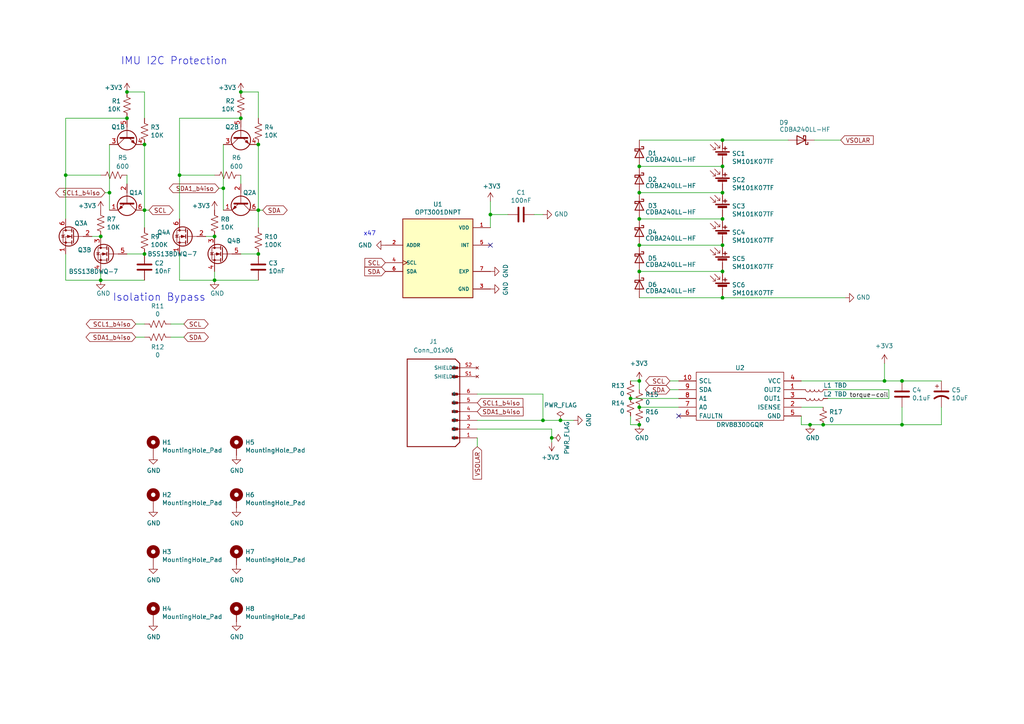
<source format=kicad_sch>
(kicad_sch (version 20211123) (generator eeschema)
  (paper "A4")
  (lib_symbols
    (symbol "Device:C" (pin_numbers hide) (pin_names (offset 0.254))
      (property "Reference" "C" (at 0.635 2.54 0))
      (property "Value" "C" (at 0.635 -2.54 0))
      (symbol "C_0_1"
        (polyline (pts (xy -2.032 -0.762) (xy 2.032 -0.762)) (stroke (width 0.508)))
        (polyline (pts (xy -2.032 0.762) (xy 2.032 0.762)) (stroke (width 0.508)))
      )
      (symbol "C_1_1"
        (pin passive line (at 0 3.81 270) (length 2.794) (name "~") (number "1"))
        (pin passive line (at 0 -3.81 90) (length 2.794) (name "~") (number "2"))
      )
    )
    (symbol "Device:CP1" (pin_numbers hide) (pin_names (offset 0.254) hide)
      (property "Reference" "C" (at 0.635 2.54 0))
      (property "Value" "Device_CP1" (at 0.635 -2.54 0))
      (symbol "CP1_0_1"
        (polyline (pts (xy -2.032 0.762) (xy 2.032 0.762)) (stroke (width 0.508)))
        (polyline (pts (xy -1.778 2.286) (xy -0.762 2.286)))
        (polyline (pts (xy -1.27 1.778) (xy -1.27 2.794)))
        (arc (start 2.032 -1.27) (mid 0 -0.5572) (end -2.032 -1.27) (stroke (width 0.508)))
      )
      (symbol "CP1_1_1"
        (pin passive line (at 0 3.81 270) (length 2.794) (name "~") (number "1"))
        (pin passive line (at 0 -3.81 90) (length 3.302) (name "~") (number "2"))
      )
    )
    (symbol "Device:D_Schottky" (pin_numbers hide) (pin_names (offset 1.016) hide)
      (property "Reference" "D" (at 0 2.54 0))
      (property "Value" "D_Schottky" (at 0 -2.54 0))
      (symbol "D_Schottky_0_1"
        (polyline (pts (xy 1.27 0) (xy -1.27 0)))
        (polyline (pts (xy 1.27 1.27) (xy 1.27 -1.27) (xy -1.27 0) (xy 1.27 1.27)) (stroke (width 0.254)))
        (polyline (pts (xy -1.905 0.635) (xy -1.905 1.27) (xy -1.27 1.27) (xy -1.27 -1.27) (xy -0.635 -1.27) (xy -0.635 -0.635)) (stroke (width 0.254)))
      )
      (symbol "D_Schottky_1_1"
        (pin passive line (at -3.81 0 0) (length 2.54) (name "K") (number "1"))
        (pin passive line (at 3.81 0 180) (length 2.54) (name "A") (number "2"))
      )
    )
    (symbol "Device:L" (pin_numbers hide) (pin_names (offset 1.016) hide)
      (property "Reference" "L" (at -1.27 0 90))
      (property "Value" "L" (at 1.905 0 90))
      (symbol "L_0_1"
        (arc (start 0 -2.54) (mid 0.635 -1.905) (end 0 -1.27))
        (arc (start 0 -1.27) (mid 0.635 -0.635) (end 0 0))
        (arc (start 0 0) (mid 0.635 0.635) (end 0 1.27))
        (arc (start 0 1.27) (mid 0.635 1.905) (end 0 2.54))
      )
      (symbol "L_1_1"
        (pin passive line (at 0 3.81 270) (length 1.27) (name "1") (number "1"))
        (pin passive line (at 0 -3.81 90) (length 1.27) (name "2") (number "2"))
      )
    )
    (symbol "Device:R_Small_US" (pin_numbers hide) (pin_names (offset 0.254) hide)
      (property "Reference" "R" (at 0.762 0.508 0))
      (property "Value" "R_Small_US" (at 0.762 -1.016 0))
      (symbol "R_Small_US_1_1"
        (polyline (pts (xy 0 0) (xy 1.016 -0.381) (xy 0 -0.762) (xy -1.016 -1.143) (xy 0 -1.524)))
        (polyline (pts (xy 0 1.524) (xy 1.016 1.143) (xy 0 0.762) (xy -1.016 0.381) (xy 0 0)))
        (pin passive line (at 0 2.54 270) (length 1.016) (name "~") (number "1"))
        (pin passive line (at 0 -2.54 90) (length 1.016) (name "~") (number "2"))
      )
    )
    (symbol "Device:R_US" (pin_numbers hide) (pin_names (offset 0))
      (property "Reference" "R" (at 2.54 0 90))
      (property "Value" "Device_R_US" (at -2.54 0 90))
      (symbol "R_US_0_1"
        (polyline (pts (xy 0 -2.286) (xy 0 -2.54)))
        (polyline (pts (xy 0 2.286) (xy 0 2.54)))
        (polyline (pts (xy 0 -0.762) (xy 1.016 -1.143) (xy 0 -1.524) (xy -1.016 -1.905) (xy 0 -2.286)))
        (polyline (pts (xy 0 0.762) (xy 1.016 0.381) (xy 0 0) (xy -1.016 -0.381) (xy 0 -0.762)))
        (polyline (pts (xy 0 2.286) (xy 1.016 1.905) (xy 0 1.524) (xy -1.016 1.143) (xy 0 0.762)))
      )
      (symbol "R_US_1_1"
        (pin passive line (at 0 3.81 270) (length 1.27) (name "~") (number "1"))
        (pin passive line (at 0 -3.81 90) (length 1.27) (name "~") (number "2"))
      )
    )
    (symbol "Device:Solar_Cell" (pin_numbers hide) (pin_names (offset 0) hide)
      (property "Reference" "SC" (at 2.54 2.54 0))
      (property "Value" "Solar_Cell" (at 2.54 0 0))
      (symbol "Solar_Cell_0_1"
        (rectangle (start -2.032 1.778) (end 2.032 1.524) (fill (type outline)))
        (rectangle (start -1.3208 1.1938) (end 1.27 0.6858) (fill (type outline)))
        (polyline (pts (xy -2.032 2.286) (xy -3.556 3.81)))
        (polyline (pts (xy -0.762 2.794) (xy -2.286 4.318)))
        (polyline (pts (xy 0 0.762) (xy 0 0)))
        (polyline (pts (xy 0 1.778) (xy 0 2.54)))
        (polyline (pts (xy 0.254 2.667) (xy 1.27 2.667)) (stroke (width 0.254)))
        (polyline (pts (xy 0.762 3.175) (xy 0.762 2.159)) (stroke (width 0.254)))
        (polyline (pts (xy -2.032 3.048) (xy -2.032 2.286) (xy -2.794 2.286)))
        (polyline (pts (xy -0.762 3.556) (xy -0.762 2.794) (xy -1.524 2.794)))
      )
      (symbol "Solar_Cell_1_1"
        (pin passive line (at 0 5.08 270) (length 2.54) (name "+") (number "1"))
        (pin passive line (at 0 -2.54 90) (length 2.54) (name "-") (number "2"))
      )
    )
    (symbol "Mechanical:MountingHole_Pad" (pin_numbers hide) (pin_names (offset 1.016) hide)
      (property "Reference" "H" (at 0 6.35 0))
      (property "Value" "MountingHole_Pad" (at 0 4.445 0))
      (symbol "MountingHole_Pad_0_1"
        (circle (center 0 1.27) (radius 1.27) (stroke (width 1.27)))
      )
      (symbol "MountingHole_Pad_1_1"
        (pin input line (at 0 -2.54 90) (length 2.54) (name "1") (number "1"))
      )
    )
    (symbol "Transistor_BJT:MBT2222ADW1T1" (pin_names (offset 0) hide)
      (property "Reference" "Q" (at 5.08 1.27 0))
      (property "Value" "MBT2222ADW1T1" (at 5.08 -1.27 0))
      (symbol "MBT2222ADW1T1_0_1"
        (polyline (pts (xy 0.635 0) (xy -2.54 0)))
        (polyline (pts (xy 0.635 0.635) (xy 2.54 2.54)))
        (polyline (pts (xy 0.635 -0.635) (xy 2.54 -2.54) (xy 2.54 -2.54)))
        (polyline (pts (xy 0.635 1.905) (xy 0.635 -1.905) (xy 0.635 -1.905)) (stroke (width 0.508)))
        (polyline (pts (xy 1.27 -1.778) (xy 1.778 -1.27) (xy 2.286 -2.286) (xy 1.27 -1.778) (xy 1.27 -1.778)) (fill (type outline)))
        (circle (center 1.27 0) (radius 2.8194) (stroke (width 0.254)))
      )
      (symbol "MBT2222ADW1T1_1_1"
        (pin passive line (at 2.54 -5.08 90) (length 2.54) (name "E1") (number "1"))
        (pin input line (at -5.08 0 0) (length 2.54) (name "B1") (number "2"))
        (pin passive line (at 2.54 5.08 270) (length 2.54) (name "C1") (number "6"))
      )
      (symbol "MBT2222ADW1T1_2_1"
        (pin passive line (at 2.54 5.08 270) (length 2.54) (name "C2") (number "3"))
        (pin passive line (at 2.54 -5.08 90) (length 2.54) (name "E2") (number "4"))
        (pin input line (at -5.08 0 0) (length 2.54) (name "B2") (number "5"))
      )
    )
    (symbol "power:+3.3V" (power) (pin_names (offset 0))
      (property "Value" "+3.3V" (at 0 3.556 0))
      (symbol "+3.3V_0_1"
        (polyline (pts (xy -0.762 1.27) (xy 0 2.54)))
        (polyline (pts (xy 0 0) (xy 0 2.54)))
        (polyline (pts (xy 0 2.54) (xy 0.762 1.27)))
      )
      (symbol "+3.3V_1_1"
        (pin power_in line (at 0 0 90) (length 0) hide (name "+3V3") (number "1"))
      )
    )
    (symbol "power:GND" (power) (pin_names (offset 0))
      (property "Value" "GND" (at 0 -3.81 0))
      (symbol "GND_0_1"
        (polyline (pts (xy 0 0) (xy 0 -1.27) (xy 1.27 -1.27) (xy 0 -2.54) (xy -1.27 -1.27) (xy 0 -1.27)))
      )
      (symbol "GND_1_1"
        (pin power_in line (at 0 0 270) (length 0) hide (name "GND") (number "1"))
      )
    )
    (symbol "power:PWR_FLAG" (power) (pin_numbers hide) (pin_names (offset 0) hide)
      (property "Value" "PWR_FLAG" (at 0 3.81 0))
      (symbol "PWR_FLAG_0_0"
        (pin power_out line (at 0 0 90) (length 0) (name "pwr") (number "1"))
      )
      (symbol "PWR_FLAG_0_1"
        (polyline (pts (xy 0 0) (xy 0 1.27) (xy -1.016 1.905) (xy 0 2.54) (xy 1.016 1.905) (xy 0 1.27)))
      )
    )
    (symbol "sapling:2053380006" (pin_names (offset 1.016))
      (property "Reference" "J" (at -7.62 13.97 0))
      (property "Value" "sapling_2053380006" (at -7.62 -15.24 0))
      (symbol "2053380006_0_0"
        (rectangle (start -6.985 -10.4648) (end -5.3848 -9.8298) (fill (type outline)))
        (rectangle (start -6.985 -7.9248) (end -5.3848 -7.2898) (fill (type outline)))
        (rectangle (start -6.985 -2.8448) (end -5.3848 -2.2098) (fill (type outline)))
        (rectangle (start -6.985 -0.3048) (end -5.3848 0.3048) (fill (type outline)))
        (rectangle (start -6.985 2.2098) (end -5.3848 2.8448) (fill (type outline)))
        (rectangle (start -6.985 4.7498) (end -5.3848 5.3848) (fill (type outline)))
        (rectangle (start -6.985 7.2898) (end -5.3848 7.9248) (fill (type outline)))
        (rectangle (start -6.985 9.8298) (end -5.3848 10.4648) (fill (type outline)))
        (polyline (pts (xy -7.62 -11.43) (xy -6.35 -12.7)) (stroke (width 0.254)))
        (polyline (pts (xy -7.62 -10.16) (xy -5.715 -10.16)) (stroke (width 0.254)))
        (polyline (pts (xy -7.62 -7.62) (xy -5.715 -7.62)) (stroke (width 0.254)))
        (polyline (pts (xy -7.62 -2.54) (xy -7.62 -11.43)) (stroke (width 0.254)))
        (polyline (pts (xy -7.62 -2.54) (xy -5.715 -2.54)) (stroke (width 0.254)))
        (polyline (pts (xy -7.62 0) (xy -7.62 -2.54)) (stroke (width 0.254)))
        (polyline (pts (xy -7.62 0) (xy -5.715 0)) (stroke (width 0.254)))
        (polyline (pts (xy -7.62 2.54) (xy -7.62 0)) (stroke (width 0.254)))
        (polyline (pts (xy -7.62 2.54) (xy -5.715 2.54)) (stroke (width 0.254)))
        (polyline (pts (xy -7.62 5.08) (xy -7.62 2.54)) (stroke (width 0.254)))
        (polyline (pts (xy -7.62 5.08) (xy -5.715 5.08)) (stroke (width 0.254)))
        (polyline (pts (xy -7.62 7.62) (xy -5.715 7.62)) (stroke (width 0.254)))
        (polyline (pts (xy -7.62 10.16) (xy -5.715 10.16)) (stroke (width 0.254)))
        (polyline (pts (xy -7.62 11.43) (xy -7.62 5.08)) (stroke (width 0.254)))
        (polyline (pts (xy -7.62 11.43) (xy -6.35 12.7)) (stroke (width 0.254)))
        (polyline (pts (xy -6.35 -12.7) (xy 7.62 -12.7)) (stroke (width 0.254)))
        (polyline (pts (xy 7.62 -12.7) (xy 7.62 12.7)) (stroke (width 0.254)))
        (polyline (pts (xy 7.62 12.7) (xy -6.35 12.7)) (stroke (width 0.254)))
        (pin passive line (at -12.7 10.16 0) (length 5.08) (name "1") (number "1"))
        (pin passive line (at -12.7 7.62 0) (length 5.08) (name "2") (number "2"))
        (pin passive line (at -12.7 5.08 0) (length 5.08) (name "3") (number "3"))
        (pin passive line (at -12.7 2.54 0) (length 5.08) (name "4") (number "4"))
        (pin passive line (at -12.7 0 0) (length 5.08) (name "5") (number "5"))
        (pin passive line (at -12.7 -2.54 0) (length 5.08) (name "6") (number "6"))
        (pin no_connect line (at -12.7 -7.62 0) (length 5.08) (name "SHIELD1") (number "S1"))
        (pin no_connect line (at -12.7 -10.16 0) (length 5.08) (name "SHIELD2") (number "S2"))
      )
    )
    (symbol "sapling:OPT3001DNPT" (pin_names (offset 1.016))
      (property "Reference" "U" (at -10.16 13.97 0))
      (property "Value" "sapling_OPT3001DNPT" (at -6.35 -12.7 0))
      (symbol "OPT3001DNPT_0_0"
        (rectangle (start -10.16 -10.16) (end 10.16 12.7) (stroke (width 0.254)) (fill (type background)))
        (pin power_in line (at 15.24 10.16 180) (length 5.08) (name "VDD") (number "1"))
        (pin input line (at -15.24 5.08 0) (length 5.08) (name "ADDR") (number "2"))
        (pin power_in line (at 15.24 -7.62 180) (length 5.08) (name "GND") (number "3"))
        (pin input clock (at -15.24 0 0) (length 5.08) (name "SCL") (number "4"))
        (pin output line (at 15.24 5.08 180) (length 5.08) (name "INT") (number "5"))
        (pin bidirectional line (at -15.24 -2.54 0) (length 5.08) (name "SDA") (number "6"))
        (pin passive line (at 15.24 -2.54 180) (length 5.08) (name "EXP") (number "7"))
      )
    )
    (symbol "symbols:BSS138DWQ-7" (pin_names (offset 0.762) hide)
      (property "Reference" "Q" (at -2.54 5.08 0))
      (property "Value" "symbols_BSS138DWQ-7" (at 3.81 6.35 0))
      (symbol "BSS138DWQ-7_1_1"
        (polyline (pts (xy -1.016 0) (xy -3.81 0)))
        (polyline (pts (xy -1.016 1.905) (xy -1.016 -1.905)) (stroke (width 0.254)))
        (polyline (pts (xy -0.508 -1.27) (xy -0.508 -2.286)) (stroke (width 0.254)))
        (polyline (pts (xy -0.508 0.508) (xy -0.508 -0.508)) (stroke (width 0.254)))
        (polyline (pts (xy -0.508 2.286) (xy -0.508 1.27)) (stroke (width 0.254)))
        (polyline (pts (xy 1.27 2.54) (xy 1.27 1.778)))
        (polyline (pts (xy 1.27 -2.54) (xy 1.27 0) (xy -0.508 0)))
        (polyline (pts (xy -0.508 -1.778) (xy 2.032 -1.778) (xy 2.032 1.778) (xy -0.508 1.778)))
        (polyline (pts (xy -0.254 0) (xy 0.762 0.381) (xy 0.762 -0.381) (xy -0.254 0)) (fill (type outline)))
        (polyline (pts (xy 1.524 0.508) (xy 1.651 0.381) (xy 2.413 0.381) (xy 2.54 0.254)))
        (polyline (pts (xy 2.032 0.381) (xy 1.651 -0.254) (xy 2.413 -0.254) (xy 2.032 0.381)))
        (circle (center 0.381 0) (radius 2.794) (stroke (width 0.254)))
        (circle (center 1.27 -1.778) (radius 0.254) (fill (type outline)))
        (circle (center 1.27 1.778) (radius 0.254) (fill (type outline)))
        (pin passive line (at 1.27 -5.08 90) (length 2.54) (name "S2") (number "1"))
        (pin input line (at -6.35 0 0) (length 2.54) (name "G2") (number "2"))
        (pin passive line (at 1.27 5.08 270) (length 2.54) (name "D1") (number "6"))
      )
      (symbol "BSS138DWQ-7_2_1"
        (polyline (pts (xy -1.016 0) (xy -3.81 0)))
        (polyline (pts (xy -1.016 1.905) (xy -1.016 -1.905)) (stroke (width 0.254)))
        (polyline (pts (xy -0.508 -1.27) (xy -0.508 -2.286)) (stroke (width 0.254)))
        (polyline (pts (xy -0.508 0.508) (xy -0.508 -0.508)) (stroke (width 0.254)))
        (polyline (pts (xy -0.508 2.286) (xy -0.508 1.27)) (stroke (width 0.254)))
        (polyline (pts (xy 1.27 2.54) (xy 1.27 1.778)))
        (polyline (pts (xy 1.27 -2.54) (xy 1.27 0) (xy -0.508 0)))
        (polyline (pts (xy -0.508 -1.778) (xy 2.032 -1.778) (xy 2.032 1.778) (xy -0.508 1.778)))
        (polyline (pts (xy -0.254 0) (xy 0.762 0.381) (xy 0.762 -0.381) (xy -0.254 0)) (fill (type outline)))
        (polyline (pts (xy 1.524 0.508) (xy 1.651 0.381) (xy 2.413 0.381) (xy 2.54 0.254)))
        (polyline (pts (xy 2.032 0.381) (xy 1.651 -0.254) (xy 2.413 -0.254) (xy 2.032 0.381)))
        (circle (center 0.381 0) (radius 2.794) (stroke (width 0.254)))
        (circle (center 1.27 -1.778) (radius 0.254) (fill (type outline)))
        (circle (center 1.27 1.778) (radius 0.254) (fill (type outline)))
        (pin passive line (at 1.27 5.08 270) (length 2.54) (name "D2") (number "3"))
        (pin passive line (at 1.27 -5.08 90) (length 2.54) (name "S1") (number "4"))
        (pin input line (at -6.35 0 0) (length 2.54) (name "G1") (number "5"))
      )
    )
    (symbol "xpanel-rescue:DRV8830DGQR-symbols" (pin_names (offset 0.762))
      (property "Reference" "U" (at 0 10.16 0))
      (property "Value" "DRV8830DGQR-symbols" (at -7.62 -7.62 0))
      (symbol "DRV8830DGQR-symbols_0_0"
        (pin output line (at -17.78 2.54 0) (length 5.08) (name "OUT2") (number "1"))
        (pin unspecified line (at 17.78 5.08 180) (length 5.08) (name "SCL") (number "10"))
        (pin unspecified line (at -17.78 -5.08 0) (length 5.08) hide (name "EP") (number "11"))
        (pin unspecified line (at -17.78 -2.54 0) (length 5.08) (name "ISENSE") (number "2"))
        (pin output line (at -17.78 0 0) (length 5.08) (name "OUT1") (number "3"))
        (pin power_in line (at -17.78 5.08 0) (length 5.08) (name "VCC") (number "4"))
        (pin power_in line (at -17.78 -5.08 0) (length 5.08) (name "GND") (number "5"))
        (pin unspecified line (at 17.78 -5.08 180) (length 5.08) (name "FAULTN") (number "6"))
        (pin unspecified line (at 17.78 -2.54 180) (length 5.08) (name "A0") (number "7"))
        (pin unspecified line (at 17.78 0 180) (length 5.08) (name "A1") (number "8"))
        (pin unspecified line (at 17.78 2.54 180) (length 5.08) (name "SDA") (number "9"))
      )
      (symbol "DRV8830DGQR-symbols_0_1"
        (rectangle (start -12.7 7.62) (end 12.7 -6.35))
      )
    )
  )
  (junction (at 74.93 60.96))
  (junction (at 185.42 71.12))
  (junction (at 52.07 50.8))
  (junction (at 185.42 123.19))
  (junction (at 185.42 110.49))
  (junction (at 62.23 81.28))
  (junction (at 41.91 41.91))
  (junction (at 41.91 60.96))
  (junction (at 74.93 73.66))
  (junction (at 256.54 110.49))
  (junction (at 162.56 121.92))
  (junction (at 41.91 73.66))
  (junction (at 36.83 26.67))
  (junction (at 62.23 68.58))
  (junction (at 209.55 40.64))
  (junction (at 36.83 34.29))
  (junction (at 19.05 50.8))
  (junction (at 64.77 54.61))
  (junction (at 209.55 78.74))
  (junction (at 185.42 118.11))
  (junction (at 209.55 55.88))
  (junction (at 209.55 71.12))
  (junction (at 74.93 41.91))
  (junction (at 209.55 63.5))
  (junction (at 182.88 115.57))
  (junction (at 185.42 55.88))
  (junction (at 209.55 86.36))
  (junction (at 29.21 81.28))
  (junction (at 185.42 63.5))
  (junction (at 160.02 127))
  (junction (at 29.21 68.58))
  (junction (at 69.85 26.67))
  (junction (at 142.24 62.23))
  (junction (at 234.95 123.19))
  (junction (at 238.76 123.19))
  (junction (at 69.85 34.29))
  (junction (at 209.55 48.26))
  (junction (at 157.48 121.92))
  (junction (at 261.62 110.49))
  (junction (at 31.75 55.88))
  (junction (at 185.42 48.26))
  (junction (at 261.62 123.19))
  (junction (at 185.42 78.74))
  (no_connect (at 196.85 120.65))
  (no_connect (at 142.24 71.12))
  (wire (pts (xy 29.21 68.58) (xy 26.67 68.58)))
  (wire (pts (xy 76.2 60.96) (xy 74.93 60.96)))
  (wire (pts (xy 194.31 110.49) (xy 196.85 110.49)))
  (wire (pts (xy 185.42 86.36) (xy 209.55 86.36)))
  (wire (pts (xy 257.81 115.57) (xy 240.03 115.57)))
  (wire (pts (xy 147.32 62.23) (xy 142.24 62.23)))
  (wire (pts (xy 19.05 34.29) (xy 19.05 50.8)))
  (wire (pts (xy 236.22 40.64) (xy 243.84 40.64)))
  (wire (pts (xy 138.43 114.3) (xy 157.48 114.3)))
  (wire (pts (xy 138.43 121.92) (xy 157.48 121.92)))
  (wire (pts (xy 63.5 54.61) (xy 64.77 54.61)))
  (wire (pts (xy 64.77 54.61) (xy 64.77 60.96)))
  (wire (pts (xy 41.91 66.04) (xy 41.91 60.96)))
  (wire (pts (xy 160.02 127) (xy 160.02 128.27)))
  (wire (pts (xy 142.24 62.23) (xy 142.24 58.42)))
  (wire (pts (xy 232.41 110.49) (xy 256.54 110.49)))
  (wire (pts (xy 232.41 120.65) (xy 232.41 123.19)))
  (wire (pts (xy 257.81 113.03) (xy 257.81 115.57)))
  (wire (pts (xy 256.54 105.41) (xy 256.54 110.49)))
  (wire (pts (xy 52.07 34.29) (xy 69.85 34.29)))
  (wire (pts (xy 273.05 118.11) (xy 273.05 123.19)))
  (wire (pts (xy 64.77 41.91) (xy 64.77 54.61)))
  (wire (pts (xy 36.83 53.34) (xy 36.83 50.8)))
  (wire (pts (xy 157.48 121.92) (xy 162.56 121.92)))
  (wire (pts (xy 30.48 55.88) (xy 31.75 55.88)))
  (wire (pts (xy 29.21 50.8) (xy 19.05 50.8)))
  (wire (pts (xy 43.18 60.96) (xy 41.91 60.96)))
  (wire (pts (xy 52.07 50.8) (xy 52.07 34.29)))
  (wire (pts (xy 256.54 110.49) (xy 261.62 110.49)))
  (wire (pts (xy 53.34 93.98) (xy 49.53 93.98)))
  (wire (pts (xy 238.76 118.11) (xy 232.41 118.11)))
  (wire (pts (xy 194.31 113.03) (xy 196.85 113.03)))
  (wire (pts (xy 185.42 40.64) (xy 209.55 40.64)))
  (wire (pts (xy 185.42 48.26) (xy 209.55 48.26)))
  (wire (pts (xy 185.42 55.88) (xy 209.55 55.88)))
  (wire (pts (xy 69.85 73.66) (xy 74.93 73.66)))
  (wire (pts (xy 185.42 63.5) (xy 209.55 63.5)))
  (wire (pts (xy 261.62 123.19) (xy 238.76 123.19)))
  (wire (pts (xy 138.43 124.46) (xy 160.02 124.46)))
  (wire (pts (xy 74.93 34.29) (xy 74.93 26.67)))
  (wire (pts (xy 74.93 81.28) (xy 62.23 81.28)))
  (wire (pts (xy 62.23 68.58) (xy 59.69 68.58)))
  (wire (pts (xy 261.62 118.11) (xy 261.62 123.19)))
  (wire (pts (xy 29.21 81.28) (xy 29.21 78.74)))
  (wire (pts (xy 41.91 93.98) (xy 39.37 93.98)))
  (wire (pts (xy 74.93 66.04) (xy 74.93 60.96)))
  (wire (pts (xy 52.07 63.5) (xy 52.07 50.8)))
  (wire (pts (xy 74.93 41.91) (xy 74.93 60.96)))
  (wire (pts (xy 41.91 34.29) (xy 41.91 26.67)))
  (wire (pts (xy 142.24 66.04) (xy 142.24 62.23)))
  (wire (pts (xy 240.03 113.03) (xy 257.81 113.03)))
  (wire (pts (xy 154.94 62.23) (xy 157.48 62.23)))
  (wire (pts (xy 185.42 113.03) (xy 185.42 110.49)))
  (wire (pts (xy 62.23 81.28) (xy 62.23 78.74)))
  (wire (pts (xy 273.05 123.19) (xy 261.62 123.19)))
  (wire (pts (xy 19.05 81.28) (xy 29.21 81.28)))
  (wire (pts (xy 162.56 121.92) (xy 166.37 121.92)))
  (wire (pts (xy 182.88 120.65) (xy 182.88 123.19)))
  (wire (pts (xy 52.07 73.66) (xy 52.07 81.28)))
  (wire (pts (xy 196.85 118.11) (xy 185.42 118.11)))
  (wire (pts (xy 182.88 123.19) (xy 185.42 123.19)))
  (wire (pts (xy 19.05 73.66) (xy 19.05 81.28)))
  (wire (pts (xy 41.91 26.67) (xy 36.83 26.67)))
  (wire (pts (xy 185.42 78.74) (xy 209.55 78.74)))
  (wire (pts (xy 74.93 26.67) (xy 69.85 26.67)))
  (wire (pts (xy 209.55 86.36) (xy 245.11 86.36)))
  (wire (pts (xy 62.23 50.8) (xy 52.07 50.8)))
  (wire (pts (xy 31.75 55.88) (xy 31.75 60.96)))
  (wire (pts (xy 36.83 73.66) (xy 41.91 73.66)))
  (wire (pts (xy 69.85 53.34) (xy 69.85 50.8)))
  (wire (pts (xy 157.48 114.3) (xy 157.48 121.92)))
  (wire (pts (xy 31.75 41.91) (xy 31.75 55.88)))
  (wire (pts (xy 261.62 110.49) (xy 273.05 110.49)))
  (wire (pts (xy 29.21 81.28) (xy 41.91 81.28)))
  (wire (pts (xy 19.05 63.5) (xy 19.05 50.8)))
  (wire (pts (xy 19.05 34.29) (xy 36.83 34.29)))
  (wire (pts (xy 41.91 97.79) (xy 39.37 97.79)))
  (wire (pts (xy 228.6 40.64) (xy 209.55 40.64)))
  (wire (pts (xy 232.41 123.19) (xy 234.95 123.19)))
  (wire (pts (xy 160.02 124.46) (xy 160.02 127)))
  (wire (pts (xy 52.07 81.28) (xy 62.23 81.28)))
  (wire (pts (xy 41.91 41.91) (xy 41.91 60.96)))
  (wire (pts (xy 138.43 127) (xy 138.43 129.54)))
  (wire (pts (xy 234.95 123.19) (xy 238.76 123.19)))
  (wire (pts (xy 182.88 115.57) (xy 196.85 115.57)))
  (wire (pts (xy 53.34 97.79) (xy 49.53 97.79)))
  (wire (pts (xy 185.42 110.49) (xy 182.88 110.49)))
  (wire (pts (xy 185.42 71.12) (xy 209.55 71.12)))
  (text "Isolation Bypass" (at 59.69 87.63 180) (effects (font (size 2.159 2.159)) (justify right bottom)))
  (text "IMU I2C Protection" (at 66.04 19.05 180) (effects (font (size 2.159 2.159)) (justify right bottom)))
  (text "x47" (at 105.41 68.58 0) (effects (font (size 1.27 1.27)) (justify left bottom)))
  (label "torque-coil" (at 246.38 115.57 0))
  (global_label "SCL1_b4iso" (shape bidirectional) (at 39.37 93.98 180) (property "Intersheet References" "${INTERSHEET_REFS}" (effects hide)))
  (global_label "VSOLAR" (shape input) (at 138.43 129.54 270) (property "Intersheet References" "${INTERSHEET_REFS}" (effects hide)))
  (global_label "VSOLAR" (shape input) (at 243.84 40.64 0) (property "Intersheet References" "${INTERSHEET_REFS}" (effects hide)))
  (global_label "SCL" (shape input) (at 111.76 76.2 180) (property "Intersheet References" "${INTERSHEET_REFS}" (effects hide)))
  (global_label "SDA1_b4iso" (shape input) (at 138.43 119.38 0) (property "Intersheet References" "${INTERSHEET_REFS}" (effects hide)))
  (global_label "SDA" (shape bidirectional) (at 53.34 97.79 0) (property "Intersheet References" "${INTERSHEET_REFS}" (effects hide)))
  (global_label "SDA" (shape bidirectional) (at 194.31 113.03 180) (property "Intersheet References" "${INTERSHEET_REFS}" (effects hide)))
  (global_label "SCL1_b4iso" (shape bidirectional) (at 30.48 55.88 180) (property "Intersheet References" "${INTERSHEET_REFS}" (effects hide)))
  (global_label "SDA" (shape bidirectional) (at 76.2 60.96 0) (property "Intersheet References" "${INTERSHEET_REFS}" (effects hide)))
  (global_label "SCL" (shape bidirectional) (at 53.34 93.98 0) (property "Intersheet References" "${INTERSHEET_REFS}" (effects hide)))
  (global_label "SCL1_b4iso" (shape input) (at 138.43 116.84 0) (property "Intersheet References" "${INTERSHEET_REFS}" (effects hide)))
  (global_label "SDA" (shape input) (at 111.76 78.74 180) (property "Intersheet References" "${INTERSHEET_REFS}" (effects hide)))
  (global_label "SCL" (shape bidirectional) (at 43.18 60.96 0) (property "Intersheet References" "${INTERSHEET_REFS}" (effects hide)))
  (global_label "SDA1_b4iso" (shape bidirectional) (at 63.5 54.61 180) (property "Intersheet References" "${INTERSHEET_REFS}" (effects hide)))
  (global_label "SCL" (shape bidirectional) (at 194.31 110.49 180) (property "Intersheet References" "${INTERSHEET_REFS}" (effects hide)))
  (global_label "SDA1_b4iso" (shape bidirectional) (at 39.37 97.79 180) (property "Intersheet References" "${INTERSHEET_REFS}" (effects hide)))
  (symbol (lib_id "Device:D_Schottky") (at 185.42 44.45 270) (unit 1)
    (property "Reference" "D1" (at 189.23 44.45 90))
    (property "Value" "CDBA240LL-HF" (at 201.93 46.99 90) (effects (justify right bottom)))
    (property "Footprint" "sapling:DO-214AC" (effects hide))
  )
  (symbol (lib_id "Device:D_Schottky") (at 232.41 40.64 180) (unit 1)
    (property "Reference" "D9" (at 227.33 35.56 0))
    (property "Value" "CDBA240LL-HF" (at 226.06 36.83 0) (effects (justify right bottom)))
    (property "Footprint" "sapling:DO-214AC" (effects hide))
  )
  (symbol (lib_id "Device:D_Schottky") (at 185.42 52.07 270) (unit 1)
    (property "Reference" "D2" (at 189.23 52.07 90))
    (property "Value" "CDBA240LL-HF" (at 201.93 54.61 90) (effects (justify right bottom)))
    (property "Footprint" "sapling:DO-214AC" (effects hide))
  )
  (symbol (lib_id "Device:Solar_Cell") (at 209.55 53.34 0) (unit 1)
    (property "Reference" "SC2" (at 212.2932 52.1716 0) (effects (justify left)))
    (property "Value" "SM101K07TF" (at 212.2932 54.483 0) (effects (justify left)))
    (property "Footprint" "sapling:SM101K07TF" (effects hide))
  )
  (symbol (lib_id "Device:D_Schottky") (at 185.42 59.69 270) (unit 1)
    (property "Reference" "D3" (at 189.23 59.69 90))
    (property "Value" "CDBA240LL-HF" (at 201.93 62.23 90) (effects (justify right bottom)))
    (property "Footprint" "sapling:DO-214AC" (effects hide))
  )
  (symbol (lib_id "Device:Solar_Cell") (at 209.55 60.96 0) (unit 1)
    (property "Reference" "SC3" (at 212.2932 59.7916 0) (effects (justify left)))
    (property "Value" "SM101K07TF" (at 212.2932 62.103 0) (effects (justify left)))
    (property "Footprint" "sapling:SM101K07TF" (effects hide))
  )
  (symbol (lib_id "Device:D_Schottky") (at 185.42 67.31 270) (unit 1)
    (property "Reference" "D4" (at 189.23 67.31 90))
    (property "Value" "CDBA240LL-HF" (at 201.93 69.85 90) (effects (justify right bottom)))
    (property "Footprint" "sapling:DO-214AC" (effects hide))
  )
  (symbol (lib_id "Device:D_Schottky") (at 185.42 74.93 270) (unit 1)
    (property "Reference" "D5" (at 189.23 74.93 90))
    (property "Value" "CDBA240LL-HF" (at 201.93 77.47 90) (effects (justify right bottom)))
    (property "Footprint" "sapling:DO-214AC" (effects hide))
  )
  (symbol (lib_id "Device:Solar_Cell") (at 209.55 83.82 0) (unit 1)
    (property "Reference" "SC6" (at 212.2932 82.6516 0) (effects (justify left)))
    (property "Value" "SM101K07TF" (at 212.2932 84.963 0) (effects (justify left)))
    (property "Footprint" "sapling:SM101K07TF" (effects hide))
  )
  (symbol (lib_id "power:+3.3V") (at 142.24 58.42 0) (unit 1)
    (property "Reference" "#PWR0102" (effects hide))
    (property "Value" "+3.3V" (at 142.621 54.0258 0))
  )
  (symbol (lib_id "power:GND") (at 157.48 62.23 90) (unit 1)
    (property "Reference" "#PWR0103" (effects hide))
    (property "Value" "GND" (at 160.7312 62.103 90) (effects (justify right)))
  )
  (symbol (lib_id "power:GND") (at 166.37 121.92 90) (unit 1)
    (property "Reference" "#PWR0110" (effects hide))
    (property "Value" "GND" (at 170.7642 121.793 0))
  )
  (symbol (lib_id "Mechanical:MountingHole_Pad") (at 44.45 129.54 0) (unit 1)
    (property "Reference" "H1" (at 46.99 128.2954 0) (effects (justify left)))
    (property "Value" "MountingHole_Pad" (at 46.99 130.6068 0) (effects (justify left)))
    (property "Footprint" "MountingHole:MountingHole_2.2mm_M2_DIN965_Pad_TopBottom" (effects hide))
  )
  (symbol (lib_id "power:GND") (at 44.45 132.08 0) (unit 1)
    (property "Reference" "#PWR01" (effects hide))
    (property "Value" "GND" (at 44.577 136.4742 0))
  )
  (symbol (lib_id "Mechanical:MountingHole_Pad") (at 68.58 129.54 0) (unit 1)
    (property "Reference" "H5" (at 71.12 128.2954 0) (effects (justify left)))
    (property "Value" "MountingHole_Pad" (at 71.12 130.6068 0) (effects (justify left)))
    (property "Footprint" "MountingHole:MountingHole_2.2mm_M2_DIN965_Pad_TopBottom" (effects hide))
  )
  (symbol (lib_id "power:GND") (at 68.58 132.08 0) (unit 1)
    (property "Reference" "#PWR05" (effects hide))
    (property "Value" "GND" (at 68.707 136.4742 0))
  )
  (symbol (lib_id "Mechanical:MountingHole_Pad") (at 44.45 144.78 0) (unit 1)
    (property "Reference" "H2" (at 46.99 143.5354 0) (effects (justify left)))
    (property "Value" "MountingHole_Pad" (at 46.99 145.8468 0) (effects (justify left)))
    (property "Footprint" "MountingHole:MountingHole_2.2mm_M2_DIN965_Pad_TopBottom" (effects hide))
  )
  (symbol (lib_id "power:GND") (at 44.45 147.32 0) (unit 1)
    (property "Reference" "#PWR02" (effects hide))
    (property "Value" "GND" (at 44.577 151.7142 0))
  )
  (symbol (lib_id "Mechanical:MountingHole_Pad") (at 68.58 144.78 0) (unit 1)
    (property "Reference" "H6" (at 71.12 143.5354 0) (effects (justify left)))
    (property "Value" "MountingHole_Pad" (at 71.12 145.8468 0) (effects (justify left)))
    (property "Footprint" "MountingHole:MountingHole_2.2mm_M2_DIN965_Pad_TopBottom" (effects hide))
  )
  (symbol (lib_id "power:GND") (at 68.58 147.32 0) (unit 1)
    (property "Reference" "#PWR06" (effects hide))
    (property "Value" "GND" (at 68.707 151.7142 0))
  )
  (symbol (lib_id "Mechanical:MountingHole_Pad") (at 44.45 161.29 0) (unit 1)
    (property "Reference" "H3" (at 46.99 160.0454 0) (effects (justify left)))
    (property "Value" "MountingHole_Pad" (at 46.99 162.3568 0) (effects (justify left)))
    (property "Footprint" "MountingHole:MountingHole_2.2mm_M2_DIN965_Pad_TopBottom" (effects hide))
  )
  (symbol (lib_id "power:GND") (at 44.45 163.83 0) (unit 1)
    (property "Reference" "#PWR03" (effects hide))
    (property "Value" "GND" (at 44.577 168.2242 0))
  )
  (symbol (lib_id "Mechanical:MountingHole_Pad") (at 68.58 161.29 0) (unit 1)
    (property "Reference" "H7" (at 71.12 160.0454 0) (effects (justify left)))
    (property "Value" "MountingHole_Pad" (at 71.12 162.3568 0) (effects (justify left)))
    (property "Footprint" "MountingHole:MountingHole_2.2mm_M2_DIN965_Pad_TopBottom" (effects hide))
  )
  (symbol (lib_id "power:GND") (at 68.58 163.83 0) (unit 1)
    (property "Reference" "#PWR07" (effects hide))
    (property "Value" "GND" (at 68.707 168.2242 0))
  )
  (symbol (lib_id "Mechanical:MountingHole_Pad") (at 44.45 177.8 0) (unit 1)
    (property "Reference" "H4" (at 46.99 176.5554 0) (effects (justify left)))
    (property "Value" "MountingHole_Pad" (at 46.99 178.8668 0) (effects (justify left)))
    (property "Footprint" "MountingHole:MountingHole_2.2mm_M2_DIN965_Pad_TopBottom" (effects hide))
  )
  (symbol (lib_id "power:GND") (at 44.45 180.34 0) (unit 1)
    (property "Reference" "#PWR04" (effects hide))
    (property "Value" "GND" (at 44.577 184.7342 0))
  )
  (symbol (lib_id "Mechanical:MountingHole_Pad") (at 68.58 177.8 0) (unit 1)
    (property "Reference" "H8" (at 71.12 176.5554 0) (effects (justify left)))
    (property "Value" "MountingHole_Pad" (at 71.12 178.8668 0) (effects (justify left)))
    (property "Footprint" "MountingHole:MountingHole_2.2mm_M2_DIN965_Pad_TopBottom" (effects hide))
  )
  (symbol (lib_id "power:GND") (at 68.58 180.34 0) (unit 1)
    (property "Reference" "#PWR08" (effects hide))
    (property "Value" "GND" (at 68.707 184.7342 0))
  )
  (symbol (lib_id "Device:Solar_Cell") (at 209.55 68.58 0) (unit 1)
    (property "Reference" "SC4" (at 212.2932 67.4116 0) (effects (justify left)))
    (property "Value" "SM101K07TF" (at 212.2932 69.723 0) (effects (justify left)))
    (property "Footprint" "sapling:SM101K07TF" (effects hide))
  )
  (symbol (lib_id "Device:C") (at 151.13 62.23 90) (unit 1)
    (property "Reference" "C1" (at 151.13 55.8292 90))
    (property "Value" "100nF" (at 151.13 58.1406 90))
    (property "Footprint" "Capacitor_SMD:C_0603_1608Metric" (effects hide))
  )
  (symbol (lib_id "power:GND") (at 142.24 78.74 90) (unit 1)
    (property "Reference" "#PWR0101" (effects hide))
    (property "Value" "GND" (at 146.6342 78.613 0))
  )
  (symbol (lib_id "Device:Solar_Cell") (at 209.55 45.72 0) (unit 1)
    (property "Reference" "SC1" (at 212.2932 44.5516 0) (effects (justify left)))
    (property "Value" "SM101K07TF" (at 212.2932 46.863 0) (effects (justify left)))
    (property "Footprint" "sapling:SM101K07TF" (effects hide))
  )
  (symbol (lib_id "Device:Solar_Cell") (at 209.55 76.2 0) (unit 1)
    (property "Reference" "SC5" (at 212.2932 75.0316 0) (effects (justify left)))
    (property "Value" "SM101K07TF" (at 212.2932 77.343 0) (effects (justify left)))
    (property "Footprint" "sapling:SM101K07TF" (effects hide))
  )
  (symbol (lib_id "Device:D_Schottky") (at 185.42 82.55 270) (unit 1)
    (property "Reference" "D6" (at 189.23 82.55 90))
    (property "Value" "CDBA240LL-HF" (at 201.93 85.09 90) (effects (justify right bottom)))
    (property "Footprint" "sapling:DO-214AC" (effects hide))
  )
  (symbol (lib_id "power:GND") (at 245.11 86.36 90) (unit 1)
    (property "Reference" "#PWR0109" (effects hide))
    (property "Value" "GND" (at 248.3612 86.233 90) (effects (justify right)))
  )
  (symbol (lib_id "power:+3.3V") (at 160.02 128.27 180) (unit 1)
    (property "Reference" "#PWR0111" (effects hide))
    (property "Value" "+3.3V" (at 159.639 132.6642 0))
  )
  (symbol (lib_id "power:GND") (at 142.24 83.82 90) (unit 1)
    (property "Reference" "#PWR0112" (effects hide))
    (property "Value" "GND" (at 146.6342 83.693 0))
  )
  (symbol (lib_id "power:PWR_FLAG") (at 160.02 127 270) (unit 1)
    (property "Reference" "#FLG0101" (effects hide))
    (property "Value" "PWR_FLAG" (at 164.4142 127 0))
  )
  (symbol (lib_id "power:PWR_FLAG") (at 162.56 121.92 0) (unit 1)
    (property "Reference" "#FLG0102" (effects hide))
    (property "Value" "PWR_FLAG" (at 162.56 117.5258 0))
  )
  (symbol (lib_id "power:GND") (at 29.21 81.28 0) (mirror y) (unit 1)
    (property "Reference" "#PWR0114" (effects hide))
    (property "Value" "GND" (at 27.94 85.09 0) (effects (justify right)))
  )
  (symbol (lib_id "Device:R_US") (at 74.93 38.1 180) (unit 1)
    (property "Reference" "R4" (at 76.6572 36.9316 0) (effects (justify right)))
    (property "Value" "10K" (at 76.6572 39.243 0) (effects (justify right)))
    (property "Footprint" "Resistor_SMD:R_0402_1005Metric" (effects hide))
  )
  (symbol (lib_id "power:GND") (at 234.95 123.19 0) (mirror y) (unit 1)
    (property "Reference" "#PWR0118" (effects hide))
    (property "Value" "GND" (at 233.68 127 0) (effects (justify right)))
  )
  (symbol (lib_id "Device:R_US") (at 45.72 93.98 90) (mirror x) (unit 1)
    (property "Reference" "R11" (at 45.72 88.773 90))
    (property "Value" "0" (at 45.72 91.0844 90))
    (property "Footprint" "Resistor_SMD:R_0603_1608Metric" (effects hide))
  )
  (symbol (lib_id "Device:R_US") (at 41.91 69.85 180) (unit 1)
    (property "Reference" "R9" (at 43.6372 68.6816 0) (effects (justify right)))
    (property "Value" "100K" (at 43.6372 70.993 0) (effects (justify right)))
    (property "Footprint" "Resistor_SMD:R_0603_1608Metric" (effects hide))
  )
  (symbol (lib_id "sapling:2053380006") (at 125.73 116.84 180) (unit 1)
    (property "Reference" "J1" (at 125.73 99.06 0))
    (property "Value" "Conn_01x06" (at 125.73 101.6 0))
    (property "Footprint" "sapling:MOLEX_2053380006" (effects hide))
  )
  (symbol (lib_id "symbols:BSS138DWQ-7") (at 63.5 73.66 0) (mirror y) (unit 2)
    (property "Reference" "Q4" (at 69.85 69.85 0) (effects (justify left)))
    (property "Value" "BSS138DWQ-7" (effects hide))
    (property "Footprint" "custom-footprints:BSS138DWQ-7" (effects hide))
    (property "Datasheet" "https://www.diodes.com/assets/Datasheets/BSS138DWQ.pdf" (effects hide))
    (property "Description" "MOSFET BSS Family" (effects hide))
    (property "Height" "1.1" (effects hide))
    (property "Manufacturer_Name" "Diodes Inc." (effects hide))
    (property "Manufacturer_Part_Number" "BSS138DWQ-7" (effects hide))
    (property "Mouser Part Number" "621-BSS138DWQ-7" (effects hide))
    (property "Mouser Price/Stock" "https://www.mouser.co.uk/ProductDetail/Diodes-Incorporated/BSS138DWQ-7?qs=nJRy1mI8RR9wz3YdMQOQIA%3D%3D" (effects hide))
  )
  (symbol (lib_id "Transistor_BJT:MBT2222ADW1T1") (at 36.83 39.37 90) (mirror x) (unit 2)
    (property "Reference" "Q1" (at 34.29 36.83 90))
    (property "Value" "MBT2222ADW1T1" (effects hide))
    (property "Footprint" "Package_TO_SOT_SMD:SOT-363_SC-70-6" (effects hide))
    (property "Datasheet" "http://www.onsemi.com/pub_link/Collateral/MBT2222ADW1T1-D.PDF" (effects hide))
  )
  (symbol (lib_id "power:+3.3V") (at 185.42 110.49 0) (mirror y) (unit 1)
    (property "Reference" "#PWR0116" (effects hide))
    (property "Value" "+3.3V" (at 187.96 105.41 0) (effects (justify left)))
  )
  (symbol (lib_id "xpanel-rescue:DRV8830DGQR-symbols") (at 214.63 115.57 0) (mirror y) (unit 1)
    (property "Reference" "U2" (at 214.63 106.68 0))
    (property "Value" "DRV8830DGQR" (at 214.63 123.19 0))
    (property "Datasheet" "http://www.ti.com/lit/ds/symlink/drv8830.pdf" (effects hide))
    (property "Description" "DRV8830DGQR, Motor Driver, 1A Low Voltage Motor Driver, 2.75 to 6.8V, 10-Pin MSOP PowerPAD" (effects hide))
    (property "Height" "1.1" (effects hide))
    (property "Manufacturer_Name" "Texas Instruments" (effects hide))
    (property "Manufacturer_Part_Number" "DRV8830DGQR" (effects hide))
    (property "Mouser Part Number" "595-DRV8830DGQR" (effects hide))
    (property "Mouser Price/Stock" "https://www.mouser.com/Search/Refine.aspx?Keyword=595-DRV8830DGQR" (effects hide))
    (property "RS Part Number" "7300559P" (effects hide))
    (property "RS Price/Stock" "http://uk.rs-online.com/web/p/products/7300559P" (effects hide))
  )
  (symbol (lib_id "Device:R_US") (at 45.72 97.79 90) (mirror x) (unit 1)
    (property "Reference" "R12" (at 45.72 100.6602 90))
    (property "Value" "0" (at 45.72 102.9716 90))
    (property "Footprint" "Resistor_SMD:R_0603_1608Metric" (effects hide))
  )
  (symbol (lib_id "symbols:BSS138DWQ-7") (at 30.48 73.66 0) (mirror y) (unit 2)
    (property "Reference" "Q3" (at 26.543 72.4916 0) (effects (justify left)))
    (property "Value" "BSS138DWQ-7" (at 34.29 78.74 0) (effects (justify left)))
    (property "Footprint" "custom-footprints:BSS138DWQ-7" (effects hide))
    (property "Datasheet" "https://www.diodes.com/assets/Datasheets/BSS138DWQ.pdf" (effects hide))
    (property "Description" "MOSFET BSS Family" (effects hide))
    (property "Height" "1.1" (effects hide))
    (property "Manufacturer_Name" "Diodes Inc." (effects hide))
    (property "Manufacturer_Part_Number" "BSS138DWQ-7" (effects hide))
    (property "Mouser Part Number" "621-BSS138DWQ-7" (effects hide))
    (property "Mouser Price/Stock" "https://www.mouser.co.uk/ProductDetail/Diodes-Incorporated/BSS138DWQ-7?qs=nJRy1mI8RR9wz3YdMQOQIA%3D%3D" (effects hide))
  )
  (symbol (lib_id "Device:R_US") (at 29.21 64.77 180) (unit 1)
    (property "Reference" "R7" (at 30.9372 63.6016 0) (effects (justify right)))
    (property "Value" "10K" (at 30.9372 65.913 0) (effects (justify right)))
    (property "Footprint" "Resistor_SMD:R_0603_1608Metric" (effects hide))
  )
  (symbol (lib_id "Device:C") (at 261.62 114.3 0) (unit 1)
    (property "Reference" "C4" (at 264.541 113.1316 0) (effects (justify left)))
    (property "Value" "0.1uF" (at 264.541 115.443 0) (effects (justify left)))
    (property "Footprint" "Capacitor_SMD:C_0402_1005Metric" (effects hide))
  )
  (symbol (lib_id "Device:R_Small_US") (at 182.88 118.11 180) (unit 1)
    (property "Reference" "R14" (at 181.1782 116.9416 0) (effects (justify left)))
    (property "Value" "0" (at 181.1782 119.253 0) (effects (justify left)))
    (property "Footprint" "Resistor_SMD:R_0402_1005Metric" (effects hide))
  )
  (symbol (lib_id "symbols:BSS138DWQ-7") (at 53.34 68.58 0) (mirror y) (unit 1)
    (property "Reference" "Q4" (at 49.403 67.4116 0) (effects (justify left)))
    (property "Value" "BSS138DWQ-7" (at 57.15 73.66 0) (effects (justify left)))
    (property "Footprint" "custom-footprints:BSS138DWQ-7" (effects hide))
    (property "Datasheet" "https://www.diodes.com/assets/Datasheets/BSS138DWQ.pdf" (effects hide))
    (property "Description" "MOSFET BSS Family" (effects hide))
    (property "Height" "1.1" (effects hide))
    (property "Manufacturer_Name" "Diodes Inc." (effects hide))
    (property "Manufacturer_Part_Number" "BSS138DWQ-7" (effects hide))
    (property "Mouser Part Number" "621-BSS138DWQ-7" (effects hide))
    (property "Mouser Price/Stock" "https://www.mouser.co.uk/ProductDetail/Diodes-Incorporated/BSS138DWQ-7?qs=nJRy1mI8RR9wz3YdMQOQIA%3D%3D" (effects hide))
  )
  (symbol (lib_id "Device:R_US") (at 33.02 50.8 90) (unit 1)
    (property "Reference" "R5" (at 35.56 45.72 90))
    (property "Value" "600" (at 35.56 48.26 90))
    (property "Footprint" "Resistor_SMD:R_0603_1608Metric" (effects hide))
  )
  (symbol (lib_id "Device:CP1") (at 273.05 114.3 0) (unit 1)
    (property "Reference" "C5" (at 275.971 113.1316 0) (effects (justify left)))
    (property "Value" "10uF" (at 275.971 115.443 0) (effects (justify left)))
    (property "Footprint" "Capacitor_SMD:C_0805_2012Metric" (effects hide))
  )
  (symbol (lib_id "power:+3.3V") (at 69.85 26.67 0) (mirror y) (unit 1)
    (property "Reference" "#PWR0106" (effects hide))
    (property "Value" "+3.3V" (at 68.58 25.4 0) (effects (justify left)))
  )
  (symbol (lib_id "Device:R_US") (at 41.91 38.1 180) (unit 1)
    (property "Reference" "R3" (at 43.6372 36.9316 0) (effects (justify right)))
    (property "Value" "10K" (at 43.6372 39.243 0) (effects (justify right)))
    (property "Footprint" "Resistor_SMD:R_0402_1005Metric" (effects hide))
  )
  (symbol (lib_id "Device:L") (at 236.22 113.03 270) (unit 1)
    (property "Reference" "L1" (at 240.03 111.76 90))
    (property "Value" "TBD" (at 243.84 111.76 90))
    (property "Footprint" "Inductor_SMD:L_0603_1608Metric" (effects hide))
  )
  (symbol (lib_id "power:+3.3V") (at 36.83 26.67 0) (mirror y) (unit 1)
    (property "Reference" "#PWR0108" (effects hide))
    (property "Value" "+3.3V" (at 35.56 25.4 0) (effects (justify left)))
  )
  (symbol (lib_id "Device:R_US") (at 62.23 64.77 180) (unit 1)
    (property "Reference" "R8" (at 63.9572 63.6016 0) (effects (justify right)))
    (property "Value" "10K" (at 63.9572 65.913 0) (effects (justify right)))
    (property "Footprint" "Resistor_SMD:R_0603_1608Metric" (effects hide))
  )
  (symbol (lib_id "power:+3.3V") (at 29.21 60.96 0) (mirror y) (unit 1)
    (property "Reference" "#PWR0113" (effects hide))
    (property "Value" "+3.3V" (at 27.94 59.69 0) (effects (justify left)))
  )
  (symbol (lib_id "sapling:OPT3001DNPT") (at 127 76.2 0) (unit 1)
    (property "Reference" "U1" (at 127 59.2582 0))
    (property "Value" "OPT3001DNPT" (at 127 61.5696 0))
    (property "Footprint" "sapling:OPT3001" (effects hide))
    (property "STANDARD" "IPC 7351B" (effects hide))
  )
  (symbol (lib_id "Device:R_Small_US") (at 185.42 115.57 180) (unit 1)
    (property "Reference" "R15" (at 187.1472 114.4016 0) (effects (justify right)))
    (property "Value" "0" (at 187.1472 116.713 0) (effects (justify right)))
    (property "Footprint" "Resistor_SMD:R_0402_1005Metric" (effects hide))
  )
  (symbol (lib_id "Device:C") (at 74.93 77.47 0) (unit 1)
    (property "Reference" "C3" (at 77.851 76.327 0) (effects (justify left)))
    (property "Value" "10nF" (at 77.851 78.613 0) (effects (justify left)))
    (property "Footprint" "Capacitor_SMD:C_0603_1608Metric" (effects hide))
  )
  (symbol (lib_id "Device:R_Small_US") (at 185.42 120.65 180) (unit 1)
    (property "Reference" "R16" (at 187.1472 119.4816 0) (effects (justify right)))
    (property "Value" "0" (at 187.1472 121.793 0) (effects (justify right)))
    (property "Footprint" "Resistor_SMD:R_0402_1005Metric" (effects hide))
  )
  (symbol (lib_id "power:+3.3V") (at 256.54 105.41 0) (mirror y) (unit 1)
    (property "Reference" "#PWR0117" (effects hide))
    (property "Value" "+3.3V" (at 259.08 100.33 0) (effects (justify left)))
  )
  (symbol (lib_id "Device:C") (at 41.91 77.47 0) (unit 1)
    (property "Reference" "C2" (at 44.831 76.327 0) (effects (justify left)))
    (property "Value" "10nF" (at 44.831 78.613 0) (effects (justify left)))
    (property "Footprint" "Capacitor_SMD:C_0603_1608Metric" (effects hide))
  )
  (symbol (lib_id "power:GND") (at 185.42 123.19 0) (mirror y) (unit 1)
    (property "Reference" "#PWR0115" (effects hide))
    (property "Value" "GND" (at 184.15 127 0) (effects (justify right)))
  )
  (symbol (lib_id "Transistor_BJT:MBT2222ADW1T1") (at 69.85 58.42 270) (unit 1)
    (property "Reference" "Q2" (at 72.39 55.88 90))
    (property "Value" "MBT2222ADW1T1" (effects hide))
    (property "Footprint" "Package_TO_SOT_SMD:SOT-363_SC-70-6" (effects hide))
    (property "Datasheet" "http://www.onsemi.com/pub_link/Collateral/MBT2222ADW1T1-D.PDF" (effects hide))
  )
  (symbol (lib_id "Device:R_US") (at 66.04 50.8 270) (unit 1)
    (property "Reference" "R6" (at 68.58 45.72 90))
    (property "Value" "600" (at 68.58 48.26 90))
    (property "Footprint" "Resistor_SMD:R_0603_1608Metric" (effects hide))
  )
  (symbol (lib_id "Device:L") (at 236.22 115.57 270) (unit 1)
    (property "Reference" "L2" (at 240.03 114.3 90))
    (property "Value" "TBD" (at 243.84 114.3 90))
    (property "Footprint" "Inductor_SMD:L_0603_1608Metric" (effects hide))
  )
  (symbol (lib_id "Transistor_BJT:MBT2222ADW1T1") (at 36.83 58.42 270) (unit 1)
    (property "Reference" "Q1" (at 39.37 55.88 90))
    (property "Value" "MBT2222ADW1T1" (effects hide))
    (property "Footprint" "Package_TO_SOT_SMD:SOT-363_SC-70-6" (effects hide))
    (property "Datasheet" "http://www.onsemi.com/pub_link/Collateral/MBT2222ADW1T1-D.PDF" (effects hide))
  )
  (symbol (lib_id "Device:R_US") (at 36.83 30.48 0) (unit 1)
    (property "Reference" "R1" (at 35.1028 29.3116 0) (effects (justify right)))
    (property "Value" "10K" (at 35.1028 31.623 0) (effects (justify right)))
    (property "Footprint" "Resistor_SMD:R_0603_1608Metric" (effects hide))
  )
  (symbol (lib_id "power:GND") (at 111.76 71.12 270) (unit 1)
    (property "Reference" "#PWR0104" (effects hide))
    (property "Value" "GND" (at 107.95 71.1199 90) (effects (justify right)))
  )
  (symbol (lib_id "Device:R_US") (at 69.85 30.48 0) (unit 1)
    (property "Reference" "R2" (at 68.1228 29.3116 0) (effects (justify right)))
    (property "Value" "10K" (at 68.1228 31.623 0) (effects (justify right)))
    (property "Footprint" "Resistor_SMD:R_0603_1608Metric" (effects hide))
  )
  (symbol (lib_id "power:GND") (at 62.23 81.28 0) (mirror y) (unit 1)
    (property "Reference" "#PWR0105" (effects hide))
    (property "Value" "GND" (at 60.96 85.09 0) (effects (justify right)))
  )
  (symbol (lib_id "power:+3.3V") (at 62.23 60.96 0) (mirror y) (unit 1)
    (property "Reference" "#PWR0107" (effects hide))
    (property "Value" "+3.3V" (at 60.96 59.69 0) (effects (justify left)))
  )
  (symbol (lib_id "symbols:BSS138DWQ-7") (at 20.32 68.58 0) (mirror y) (unit 1)
    (property "Reference" "Q3" (at 25.4 64.77 0) (effects (justify left)))
    (property "Value" "BSS138DWQ-7" (effects hide))
    (property "Footprint" "custom-footprints:BSS138DWQ-7" (effects hide))
    (property "Datasheet" "https://www.diodes.com/assets/Datasheets/BSS138DWQ.pdf" (effects hide))
    (property "Description" "MOSFET BSS Family" (effects hide))
    (property "Height" "1.1" (effects hide))
    (property "Manufacturer_Name" "Diodes Inc." (effects hide))
    (property "Manufacturer_Part_Number" "BSS138DWQ-7" (effects hide))
    (property "Mouser Part Number" "621-BSS138DWQ-7" (effects hide))
    (property "Mouser Price/Stock" "https://www.mouser.co.uk/ProductDetail/Diodes-Incorporated/BSS138DWQ-7?qs=nJRy1mI8RR9wz3YdMQOQIA%3D%3D" (effects hide))
  )
  (symbol (lib_id "Transistor_BJT:MBT2222ADW1T1") (at 69.85 39.37 90) (mirror x) (unit 2)
    (property "Reference" "Q2" (at 67.31 36.83 90))
    (property "Value" "MBT2222ADW1T1" (effects hide))
    (property "Footprint" "Package_TO_SOT_SMD:SOT-363_SC-70-6" (effects hide))
    (property "Datasheet" "http://www.onsemi.com/pub_link/Collateral/MBT2222ADW1T1-D.PDF" (effects hide))
  )
  (symbol (lib_id "Device:R_Small_US") (at 238.76 120.65 180) (unit 1)
    (property "Reference" "R17" (at 240.4872 119.4816 0) (effects (justify right)))
    (property "Value" "0" (at 240.4872 121.793 0) (effects (justify right)))
    (property "Footprint" "Resistor_SMD:R_0402_1005Metric" (effects hide))
  )
  (symbol (lib_id "Device:R_US") (at 74.93 69.85 180) (unit 1)
    (property "Reference" "R10" (at 76.6572 68.6816 0) (effects (justify right)))
    (property "Value" "100K" (at 76.6572 70.993 0) (effects (justify right)))
    (property "Footprint" "Resistor_SMD:R_0603_1608Metric" (effects hide))
  )
  (symbol (lib_id "Device:R_Small_US") (at 182.88 113.03 180) (unit 1)
    (property "Reference" "R13" (at 181.1782 111.8616 0) (effects (justify left)))
    (property "Value" "0" (at 181.1782 114.173 0) (effects (justify left)))
    (property "Footprint" "Resistor_SMD:R_0402_1005Metric" (effects hide))
  )
)
</source>
